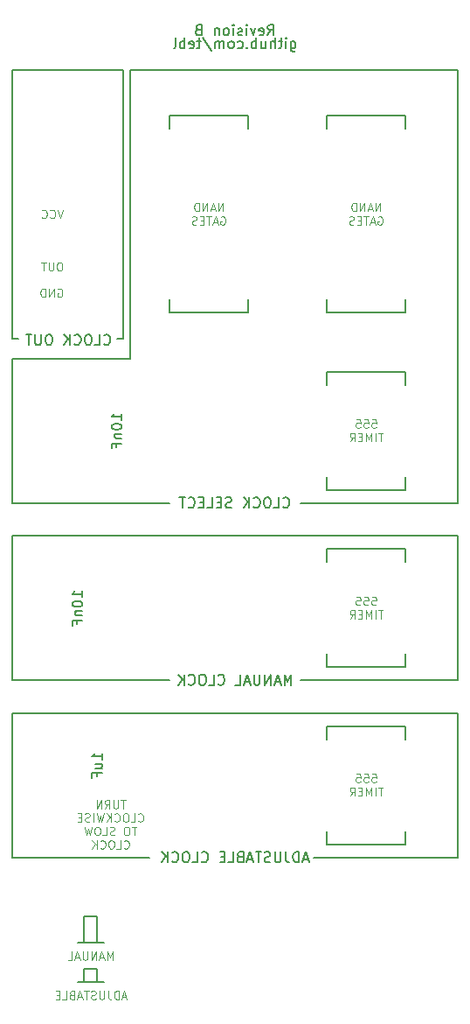
<source format=gbo>
%TF.GenerationSoftware,KiCad,Pcbnew,(5.1.8)-1*%
%TF.CreationDate,2021-11-30T19:47:22+01:00*%
%TF.ProjectId,BE6502 Clock,42453635-3032-4204-936c-6f636b2e6b69,rev?*%
%TF.SameCoordinates,Original*%
%TF.FileFunction,Legend,Bot*%
%TF.FilePolarity,Positive*%
%FSLAX46Y46*%
G04 Gerber Fmt 4.6, Leading zero omitted, Abs format (unit mm)*
G04 Created by KiCad (PCBNEW (5.1.8)-1) date 2021-11-30 19:47:22*
%MOMM*%
%LPD*%
G01*
G04 APERTURE LIST*
%ADD10C,0.150000*%
%ADD11C,0.100000*%
%ADD12C,0.200000*%
G04 APERTURE END LIST*
D10*
X153359761Y-61380714D02*
X153359761Y-62190238D01*
X153407380Y-62285476D01*
X153455000Y-62333095D01*
X153550238Y-62380714D01*
X153693095Y-62380714D01*
X153788333Y-62333095D01*
X153359761Y-61999761D02*
X153455000Y-62047380D01*
X153645476Y-62047380D01*
X153740714Y-61999761D01*
X153788333Y-61952142D01*
X153835952Y-61856904D01*
X153835952Y-61571190D01*
X153788333Y-61475952D01*
X153740714Y-61428333D01*
X153645476Y-61380714D01*
X153455000Y-61380714D01*
X153359761Y-61428333D01*
X152883571Y-62047380D02*
X152883571Y-61380714D01*
X152883571Y-61047380D02*
X152931190Y-61095000D01*
X152883571Y-61142619D01*
X152835952Y-61095000D01*
X152883571Y-61047380D01*
X152883571Y-61142619D01*
X152550238Y-61380714D02*
X152169285Y-61380714D01*
X152407380Y-61047380D02*
X152407380Y-61904523D01*
X152359761Y-61999761D01*
X152264523Y-62047380D01*
X152169285Y-62047380D01*
X151835952Y-62047380D02*
X151835952Y-61047380D01*
X151407380Y-62047380D02*
X151407380Y-61523571D01*
X151455000Y-61428333D01*
X151550238Y-61380714D01*
X151693095Y-61380714D01*
X151788333Y-61428333D01*
X151835952Y-61475952D01*
X150502619Y-61380714D02*
X150502619Y-62047380D01*
X150931190Y-61380714D02*
X150931190Y-61904523D01*
X150883571Y-61999761D01*
X150788333Y-62047380D01*
X150645476Y-62047380D01*
X150550238Y-61999761D01*
X150502619Y-61952142D01*
X150026428Y-62047380D02*
X150026428Y-61047380D01*
X150026428Y-61428333D02*
X149931190Y-61380714D01*
X149740714Y-61380714D01*
X149645476Y-61428333D01*
X149597857Y-61475952D01*
X149550238Y-61571190D01*
X149550238Y-61856904D01*
X149597857Y-61952142D01*
X149645476Y-61999761D01*
X149740714Y-62047380D01*
X149931190Y-62047380D01*
X150026428Y-61999761D01*
X149121666Y-61952142D02*
X149074047Y-61999761D01*
X149121666Y-62047380D01*
X149169285Y-61999761D01*
X149121666Y-61952142D01*
X149121666Y-62047380D01*
X148216904Y-61999761D02*
X148312142Y-62047380D01*
X148502619Y-62047380D01*
X148597857Y-61999761D01*
X148645476Y-61952142D01*
X148693095Y-61856904D01*
X148693095Y-61571190D01*
X148645476Y-61475952D01*
X148597857Y-61428333D01*
X148502619Y-61380714D01*
X148312142Y-61380714D01*
X148216904Y-61428333D01*
X147645476Y-62047380D02*
X147740714Y-61999761D01*
X147788333Y-61952142D01*
X147835952Y-61856904D01*
X147835952Y-61571190D01*
X147788333Y-61475952D01*
X147740714Y-61428333D01*
X147645476Y-61380714D01*
X147502619Y-61380714D01*
X147407380Y-61428333D01*
X147359761Y-61475952D01*
X147312142Y-61571190D01*
X147312142Y-61856904D01*
X147359761Y-61952142D01*
X147407380Y-61999761D01*
X147502619Y-62047380D01*
X147645476Y-62047380D01*
X146883571Y-62047380D02*
X146883571Y-61380714D01*
X146883571Y-61475952D02*
X146835952Y-61428333D01*
X146740714Y-61380714D01*
X146597857Y-61380714D01*
X146502619Y-61428333D01*
X146455000Y-61523571D01*
X146455000Y-62047380D01*
X146455000Y-61523571D02*
X146407380Y-61428333D01*
X146312142Y-61380714D01*
X146169285Y-61380714D01*
X146074047Y-61428333D01*
X146026428Y-61523571D01*
X146026428Y-62047380D01*
X144835952Y-60999761D02*
X145693095Y-62285476D01*
X144645476Y-61380714D02*
X144264523Y-61380714D01*
X144502619Y-61047380D02*
X144502619Y-61904523D01*
X144455000Y-61999761D01*
X144359761Y-62047380D01*
X144264523Y-62047380D01*
X143550238Y-61999761D02*
X143645476Y-62047380D01*
X143835952Y-62047380D01*
X143931190Y-61999761D01*
X143978809Y-61904523D01*
X143978809Y-61523571D01*
X143931190Y-61428333D01*
X143835952Y-61380714D01*
X143645476Y-61380714D01*
X143550238Y-61428333D01*
X143502619Y-61523571D01*
X143502619Y-61618809D01*
X143978809Y-61714047D01*
X143074047Y-62047380D02*
X143074047Y-61047380D01*
X143074047Y-61428333D02*
X142978809Y-61380714D01*
X142788333Y-61380714D01*
X142693095Y-61428333D01*
X142645476Y-61475952D01*
X142597857Y-61571190D01*
X142597857Y-61856904D01*
X142645476Y-61952142D01*
X142693095Y-61999761D01*
X142788333Y-62047380D01*
X142978809Y-62047380D01*
X143074047Y-61999761D01*
X142026428Y-62047380D02*
X142121666Y-61999761D01*
X142169285Y-61904523D01*
X142169285Y-61047380D01*
X151121666Y-60777380D02*
X151455000Y-60301190D01*
X151693095Y-60777380D02*
X151693095Y-59777380D01*
X151312142Y-59777380D01*
X151216904Y-59825000D01*
X151169285Y-59872619D01*
X151121666Y-59967857D01*
X151121666Y-60110714D01*
X151169285Y-60205952D01*
X151216904Y-60253571D01*
X151312142Y-60301190D01*
X151693095Y-60301190D01*
X150312142Y-60729761D02*
X150407380Y-60777380D01*
X150597857Y-60777380D01*
X150693095Y-60729761D01*
X150740714Y-60634523D01*
X150740714Y-60253571D01*
X150693095Y-60158333D01*
X150597857Y-60110714D01*
X150407380Y-60110714D01*
X150312142Y-60158333D01*
X150264523Y-60253571D01*
X150264523Y-60348809D01*
X150740714Y-60444047D01*
X149931190Y-60110714D02*
X149693095Y-60777380D01*
X149455000Y-60110714D01*
X149074047Y-60777380D02*
X149074047Y-60110714D01*
X149074047Y-59777380D02*
X149121666Y-59825000D01*
X149074047Y-59872619D01*
X149026428Y-59825000D01*
X149074047Y-59777380D01*
X149074047Y-59872619D01*
X148645476Y-60729761D02*
X148550238Y-60777380D01*
X148359761Y-60777380D01*
X148264523Y-60729761D01*
X148216904Y-60634523D01*
X148216904Y-60586904D01*
X148264523Y-60491666D01*
X148359761Y-60444047D01*
X148502619Y-60444047D01*
X148597857Y-60396428D01*
X148645476Y-60301190D01*
X148645476Y-60253571D01*
X148597857Y-60158333D01*
X148502619Y-60110714D01*
X148359761Y-60110714D01*
X148264523Y-60158333D01*
X147788333Y-60777380D02*
X147788333Y-60110714D01*
X147788333Y-59777380D02*
X147835952Y-59825000D01*
X147788333Y-59872619D01*
X147740714Y-59825000D01*
X147788333Y-59777380D01*
X147788333Y-59872619D01*
X147169285Y-60777380D02*
X147264523Y-60729761D01*
X147312142Y-60682142D01*
X147359761Y-60586904D01*
X147359761Y-60301190D01*
X147312142Y-60205952D01*
X147264523Y-60158333D01*
X147169285Y-60110714D01*
X147026428Y-60110714D01*
X146931190Y-60158333D01*
X146883571Y-60205952D01*
X146835952Y-60301190D01*
X146835952Y-60586904D01*
X146883571Y-60682142D01*
X146931190Y-60729761D01*
X147026428Y-60777380D01*
X147169285Y-60777380D01*
X146407380Y-60110714D02*
X146407380Y-60777380D01*
X146407380Y-60205952D02*
X146359761Y-60158333D01*
X146264523Y-60110714D01*
X146121666Y-60110714D01*
X146026428Y-60158333D01*
X145978809Y-60253571D01*
X145978809Y-60777380D01*
X144407380Y-60253571D02*
X144264523Y-60301190D01*
X144216904Y-60348809D01*
X144169285Y-60444047D01*
X144169285Y-60586904D01*
X144216904Y-60682142D01*
X144264523Y-60729761D01*
X144359761Y-60777380D01*
X144740714Y-60777380D01*
X144740714Y-59777380D01*
X144407380Y-59777380D01*
X144312142Y-59825000D01*
X144264523Y-59872619D01*
X144216904Y-59967857D01*
X144216904Y-60063095D01*
X144264523Y-60158333D01*
X144312142Y-60205952D01*
X144407380Y-60253571D01*
X144740714Y-60253571D01*
D11*
X137356666Y-134771904D02*
X136899523Y-134771904D01*
X137128095Y-135571904D02*
X137128095Y-134771904D01*
X136632857Y-134771904D02*
X136632857Y-135419523D01*
X136594761Y-135495714D01*
X136556666Y-135533809D01*
X136480476Y-135571904D01*
X136328095Y-135571904D01*
X136251904Y-135533809D01*
X136213809Y-135495714D01*
X136175714Y-135419523D01*
X136175714Y-134771904D01*
X135337619Y-135571904D02*
X135604285Y-135190952D01*
X135794761Y-135571904D02*
X135794761Y-134771904D01*
X135490000Y-134771904D01*
X135413809Y-134810000D01*
X135375714Y-134848095D01*
X135337619Y-134924285D01*
X135337619Y-135038571D01*
X135375714Y-135114761D01*
X135413809Y-135152857D01*
X135490000Y-135190952D01*
X135794761Y-135190952D01*
X134994761Y-135571904D02*
X134994761Y-134771904D01*
X134537619Y-135571904D01*
X134537619Y-134771904D01*
X138575714Y-136795714D02*
X138613809Y-136833809D01*
X138728095Y-136871904D01*
X138804285Y-136871904D01*
X138918571Y-136833809D01*
X138994761Y-136757619D01*
X139032857Y-136681428D01*
X139070952Y-136529047D01*
X139070952Y-136414761D01*
X139032857Y-136262380D01*
X138994761Y-136186190D01*
X138918571Y-136110000D01*
X138804285Y-136071904D01*
X138728095Y-136071904D01*
X138613809Y-136110000D01*
X138575714Y-136148095D01*
X137851904Y-136871904D02*
X138232857Y-136871904D01*
X138232857Y-136071904D01*
X137432857Y-136071904D02*
X137280476Y-136071904D01*
X137204285Y-136110000D01*
X137128095Y-136186190D01*
X137090000Y-136338571D01*
X137090000Y-136605238D01*
X137128095Y-136757619D01*
X137204285Y-136833809D01*
X137280476Y-136871904D01*
X137432857Y-136871904D01*
X137509047Y-136833809D01*
X137585238Y-136757619D01*
X137623333Y-136605238D01*
X137623333Y-136338571D01*
X137585238Y-136186190D01*
X137509047Y-136110000D01*
X137432857Y-136071904D01*
X136290000Y-136795714D02*
X136328095Y-136833809D01*
X136442380Y-136871904D01*
X136518571Y-136871904D01*
X136632857Y-136833809D01*
X136709047Y-136757619D01*
X136747142Y-136681428D01*
X136785238Y-136529047D01*
X136785238Y-136414761D01*
X136747142Y-136262380D01*
X136709047Y-136186190D01*
X136632857Y-136110000D01*
X136518571Y-136071904D01*
X136442380Y-136071904D01*
X136328095Y-136110000D01*
X136290000Y-136148095D01*
X135947142Y-136871904D02*
X135947142Y-136071904D01*
X135490000Y-136871904D02*
X135832857Y-136414761D01*
X135490000Y-136071904D02*
X135947142Y-136529047D01*
X135223333Y-136071904D02*
X135032857Y-136871904D01*
X134880476Y-136300476D01*
X134728095Y-136871904D01*
X134537619Y-136071904D01*
X134232857Y-136871904D02*
X134232857Y-136071904D01*
X133890000Y-136833809D02*
X133775714Y-136871904D01*
X133585238Y-136871904D01*
X133509047Y-136833809D01*
X133470952Y-136795714D01*
X133432857Y-136719523D01*
X133432857Y-136643333D01*
X133470952Y-136567142D01*
X133509047Y-136529047D01*
X133585238Y-136490952D01*
X133737619Y-136452857D01*
X133813809Y-136414761D01*
X133851904Y-136376666D01*
X133890000Y-136300476D01*
X133890000Y-136224285D01*
X133851904Y-136148095D01*
X133813809Y-136110000D01*
X133737619Y-136071904D01*
X133547142Y-136071904D01*
X133432857Y-136110000D01*
X133090000Y-136452857D02*
X132823333Y-136452857D01*
X132709047Y-136871904D02*
X133090000Y-136871904D01*
X133090000Y-136071904D01*
X132709047Y-136071904D01*
X138423333Y-137371904D02*
X137966190Y-137371904D01*
X138194761Y-138171904D02*
X138194761Y-137371904D01*
X137547142Y-137371904D02*
X137394761Y-137371904D01*
X137318571Y-137410000D01*
X137242380Y-137486190D01*
X137204285Y-137638571D01*
X137204285Y-137905238D01*
X137242380Y-138057619D01*
X137318571Y-138133809D01*
X137394761Y-138171904D01*
X137547142Y-138171904D01*
X137623333Y-138133809D01*
X137699523Y-138057619D01*
X137737619Y-137905238D01*
X137737619Y-137638571D01*
X137699523Y-137486190D01*
X137623333Y-137410000D01*
X137547142Y-137371904D01*
X136290000Y-138133809D02*
X136175714Y-138171904D01*
X135985238Y-138171904D01*
X135909047Y-138133809D01*
X135870952Y-138095714D01*
X135832857Y-138019523D01*
X135832857Y-137943333D01*
X135870952Y-137867142D01*
X135909047Y-137829047D01*
X135985238Y-137790952D01*
X136137619Y-137752857D01*
X136213809Y-137714761D01*
X136251904Y-137676666D01*
X136290000Y-137600476D01*
X136290000Y-137524285D01*
X136251904Y-137448095D01*
X136213809Y-137410000D01*
X136137619Y-137371904D01*
X135947142Y-137371904D01*
X135832857Y-137410000D01*
X135109047Y-138171904D02*
X135490000Y-138171904D01*
X135490000Y-137371904D01*
X134690000Y-137371904D02*
X134537619Y-137371904D01*
X134461428Y-137410000D01*
X134385238Y-137486190D01*
X134347142Y-137638571D01*
X134347142Y-137905238D01*
X134385238Y-138057619D01*
X134461428Y-138133809D01*
X134537619Y-138171904D01*
X134690000Y-138171904D01*
X134766190Y-138133809D01*
X134842380Y-138057619D01*
X134880476Y-137905238D01*
X134880476Y-137638571D01*
X134842380Y-137486190D01*
X134766190Y-137410000D01*
X134690000Y-137371904D01*
X134080476Y-137371904D02*
X133890000Y-138171904D01*
X133737619Y-137600476D01*
X133585238Y-138171904D01*
X133394761Y-137371904D01*
X137185238Y-139395714D02*
X137223333Y-139433809D01*
X137337619Y-139471904D01*
X137413809Y-139471904D01*
X137528095Y-139433809D01*
X137604285Y-139357619D01*
X137642380Y-139281428D01*
X137680476Y-139129047D01*
X137680476Y-139014761D01*
X137642380Y-138862380D01*
X137604285Y-138786190D01*
X137528095Y-138710000D01*
X137413809Y-138671904D01*
X137337619Y-138671904D01*
X137223333Y-138710000D01*
X137185238Y-138748095D01*
X136461428Y-139471904D02*
X136842380Y-139471904D01*
X136842380Y-138671904D01*
X136042380Y-138671904D02*
X135890000Y-138671904D01*
X135813809Y-138710000D01*
X135737619Y-138786190D01*
X135699523Y-138938571D01*
X135699523Y-139205238D01*
X135737619Y-139357619D01*
X135813809Y-139433809D01*
X135890000Y-139471904D01*
X136042380Y-139471904D01*
X136118571Y-139433809D01*
X136194761Y-139357619D01*
X136232857Y-139205238D01*
X136232857Y-138938571D01*
X136194761Y-138786190D01*
X136118571Y-138710000D01*
X136042380Y-138671904D01*
X134899523Y-139395714D02*
X134937619Y-139433809D01*
X135051904Y-139471904D01*
X135128095Y-139471904D01*
X135242380Y-139433809D01*
X135318571Y-139357619D01*
X135356666Y-139281428D01*
X135394761Y-139129047D01*
X135394761Y-139014761D01*
X135356666Y-138862380D01*
X135318571Y-138786190D01*
X135242380Y-138710000D01*
X135128095Y-138671904D01*
X135051904Y-138671904D01*
X134937619Y-138710000D01*
X134899523Y-138748095D01*
X134556666Y-139471904D02*
X134556666Y-138671904D01*
X134099523Y-139471904D02*
X134442380Y-139014761D01*
X134099523Y-138671904D02*
X134556666Y-139129047D01*
D12*
X133350000Y-148590000D02*
X134620000Y-148590000D01*
X133350000Y-152400000D02*
X134620000Y-152400000D01*
D11*
X137413571Y-153803333D02*
X137032619Y-153803333D01*
X137489761Y-154031904D02*
X137223095Y-153231904D01*
X136956428Y-154031904D01*
X136689761Y-154031904D02*
X136689761Y-153231904D01*
X136499285Y-153231904D01*
X136385000Y-153270000D01*
X136308809Y-153346190D01*
X136270714Y-153422380D01*
X136232619Y-153574761D01*
X136232619Y-153689047D01*
X136270714Y-153841428D01*
X136308809Y-153917619D01*
X136385000Y-153993809D01*
X136499285Y-154031904D01*
X136689761Y-154031904D01*
X135661190Y-153231904D02*
X135661190Y-153803333D01*
X135699285Y-153917619D01*
X135775476Y-153993809D01*
X135889761Y-154031904D01*
X135965952Y-154031904D01*
X135280238Y-153231904D02*
X135280238Y-153879523D01*
X135242142Y-153955714D01*
X135204047Y-153993809D01*
X135127857Y-154031904D01*
X134975476Y-154031904D01*
X134899285Y-153993809D01*
X134861190Y-153955714D01*
X134823095Y-153879523D01*
X134823095Y-153231904D01*
X134480238Y-153993809D02*
X134365952Y-154031904D01*
X134175476Y-154031904D01*
X134099285Y-153993809D01*
X134061190Y-153955714D01*
X134023095Y-153879523D01*
X134023095Y-153803333D01*
X134061190Y-153727142D01*
X134099285Y-153689047D01*
X134175476Y-153650952D01*
X134327857Y-153612857D01*
X134404047Y-153574761D01*
X134442142Y-153536666D01*
X134480238Y-153460476D01*
X134480238Y-153384285D01*
X134442142Y-153308095D01*
X134404047Y-153270000D01*
X134327857Y-153231904D01*
X134137380Y-153231904D01*
X134023095Y-153270000D01*
X133794523Y-153231904D02*
X133337380Y-153231904D01*
X133565952Y-154031904D02*
X133565952Y-153231904D01*
X133108809Y-153803333D02*
X132727857Y-153803333D01*
X133185000Y-154031904D02*
X132918333Y-153231904D01*
X132651666Y-154031904D01*
X132118333Y-153612857D02*
X132004047Y-153650952D01*
X131965952Y-153689047D01*
X131927857Y-153765238D01*
X131927857Y-153879523D01*
X131965952Y-153955714D01*
X132004047Y-153993809D01*
X132080238Y-154031904D01*
X132385000Y-154031904D01*
X132385000Y-153231904D01*
X132118333Y-153231904D01*
X132042142Y-153270000D01*
X132004047Y-153308095D01*
X131965952Y-153384285D01*
X131965952Y-153460476D01*
X132004047Y-153536666D01*
X132042142Y-153574761D01*
X132118333Y-153612857D01*
X132385000Y-153612857D01*
X131204047Y-154031904D02*
X131585000Y-154031904D01*
X131585000Y-153231904D01*
X130937380Y-153612857D02*
X130670714Y-153612857D01*
X130556428Y-154031904D02*
X130937380Y-154031904D01*
X130937380Y-153231904D01*
X130556428Y-153231904D01*
D12*
X133350000Y-148590000D02*
X132715000Y-148590000D01*
X134620000Y-148590000D02*
X135255000Y-148590000D01*
X134620000Y-146050000D02*
X134620000Y-148590000D01*
X133350000Y-146050000D02*
X134620000Y-146050000D01*
X133350000Y-148590000D02*
X133350000Y-146050000D01*
X133350000Y-151130000D02*
X134620000Y-151130000D01*
X133350000Y-152400000D02*
X132715000Y-152400000D01*
X133350000Y-151130000D02*
X133350000Y-152400000D01*
X134620000Y-152400000D02*
X135255000Y-152400000D01*
X134620000Y-151130000D02*
X134620000Y-152400000D01*
D11*
X136099285Y-150221904D02*
X136099285Y-149421904D01*
X135832619Y-149993333D01*
X135565952Y-149421904D01*
X135565952Y-150221904D01*
X135223095Y-149993333D02*
X134842142Y-149993333D01*
X135299285Y-150221904D02*
X135032619Y-149421904D01*
X134765952Y-150221904D01*
X134499285Y-150221904D02*
X134499285Y-149421904D01*
X134042142Y-150221904D01*
X134042142Y-149421904D01*
X133661190Y-149421904D02*
X133661190Y-150069523D01*
X133623095Y-150145714D01*
X133585000Y-150183809D01*
X133508809Y-150221904D01*
X133356428Y-150221904D01*
X133280238Y-150183809D01*
X133242142Y-150145714D01*
X133204047Y-150069523D01*
X133204047Y-149421904D01*
X132861190Y-149993333D02*
X132480238Y-149993333D01*
X132937380Y-150221904D02*
X132670714Y-149421904D01*
X132404047Y-150221904D01*
X131756428Y-150221904D02*
X132137380Y-150221904D01*
X132137380Y-149421904D01*
X131037142Y-82746904D02*
X130884761Y-82746904D01*
X130808571Y-82785000D01*
X130732380Y-82861190D01*
X130694285Y-83013571D01*
X130694285Y-83280238D01*
X130732380Y-83432619D01*
X130808571Y-83508809D01*
X130884761Y-83546904D01*
X131037142Y-83546904D01*
X131113333Y-83508809D01*
X131189523Y-83432619D01*
X131227619Y-83280238D01*
X131227619Y-83013571D01*
X131189523Y-82861190D01*
X131113333Y-82785000D01*
X131037142Y-82746904D01*
X130351428Y-82746904D02*
X130351428Y-83394523D01*
X130313333Y-83470714D01*
X130275238Y-83508809D01*
X130199047Y-83546904D01*
X130046666Y-83546904D01*
X129970476Y-83508809D01*
X129932380Y-83470714D01*
X129894285Y-83394523D01*
X129894285Y-82746904D01*
X129627619Y-82746904D02*
X129170476Y-82746904D01*
X129399047Y-83546904D02*
X129399047Y-82746904D01*
X130770476Y-85325000D02*
X130846666Y-85286904D01*
X130960952Y-85286904D01*
X131075238Y-85325000D01*
X131151428Y-85401190D01*
X131189523Y-85477380D01*
X131227619Y-85629761D01*
X131227619Y-85744047D01*
X131189523Y-85896428D01*
X131151428Y-85972619D01*
X131075238Y-86048809D01*
X130960952Y-86086904D01*
X130884761Y-86086904D01*
X130770476Y-86048809D01*
X130732380Y-86010714D01*
X130732380Y-85744047D01*
X130884761Y-85744047D01*
X130389523Y-86086904D02*
X130389523Y-85286904D01*
X129932380Y-86086904D01*
X129932380Y-85286904D01*
X129551428Y-86086904D02*
X129551428Y-85286904D01*
X129360952Y-85286904D01*
X129246666Y-85325000D01*
X129170476Y-85401190D01*
X129132380Y-85477380D01*
X129094285Y-85629761D01*
X129094285Y-85744047D01*
X129132380Y-85896428D01*
X129170476Y-85972619D01*
X129246666Y-86048809D01*
X129360952Y-86086904D01*
X129551428Y-86086904D01*
X131303809Y-77666904D02*
X131037142Y-78466904D01*
X130770476Y-77666904D01*
X130046666Y-78390714D02*
X130084761Y-78428809D01*
X130199047Y-78466904D01*
X130275238Y-78466904D01*
X130389523Y-78428809D01*
X130465714Y-78352619D01*
X130503809Y-78276428D01*
X130541904Y-78124047D01*
X130541904Y-78009761D01*
X130503809Y-77857380D01*
X130465714Y-77781190D01*
X130389523Y-77705000D01*
X130275238Y-77666904D01*
X130199047Y-77666904D01*
X130084761Y-77705000D01*
X130046666Y-77743095D01*
X129246666Y-78390714D02*
X129284761Y-78428809D01*
X129399047Y-78466904D01*
X129475238Y-78466904D01*
X129589523Y-78428809D01*
X129665714Y-78352619D01*
X129703809Y-78276428D01*
X129741904Y-78124047D01*
X129741904Y-78009761D01*
X129703809Y-77857380D01*
X129665714Y-77781190D01*
X129589523Y-77705000D01*
X129475238Y-77666904D01*
X129399047Y-77666904D01*
X129284761Y-77705000D01*
X129246666Y-77743095D01*
D10*
X135254571Y-90654142D02*
X135302190Y-90701761D01*
X135445047Y-90749380D01*
X135540285Y-90749380D01*
X135683142Y-90701761D01*
X135778380Y-90606523D01*
X135826000Y-90511285D01*
X135873619Y-90320809D01*
X135873619Y-90177952D01*
X135826000Y-89987476D01*
X135778380Y-89892238D01*
X135683142Y-89797000D01*
X135540285Y-89749380D01*
X135445047Y-89749380D01*
X135302190Y-89797000D01*
X135254571Y-89844619D01*
X134349809Y-90749380D02*
X134826000Y-90749380D01*
X134826000Y-89749380D01*
X133826000Y-89749380D02*
X133635523Y-89749380D01*
X133540285Y-89797000D01*
X133445047Y-89892238D01*
X133397428Y-90082714D01*
X133397428Y-90416047D01*
X133445047Y-90606523D01*
X133540285Y-90701761D01*
X133635523Y-90749380D01*
X133826000Y-90749380D01*
X133921238Y-90701761D01*
X134016476Y-90606523D01*
X134064095Y-90416047D01*
X134064095Y-90082714D01*
X134016476Y-89892238D01*
X133921238Y-89797000D01*
X133826000Y-89749380D01*
X132397428Y-90654142D02*
X132445047Y-90701761D01*
X132587904Y-90749380D01*
X132683142Y-90749380D01*
X132826000Y-90701761D01*
X132921238Y-90606523D01*
X132968857Y-90511285D01*
X133016476Y-90320809D01*
X133016476Y-90177952D01*
X132968857Y-89987476D01*
X132921238Y-89892238D01*
X132826000Y-89797000D01*
X132683142Y-89749380D01*
X132587904Y-89749380D01*
X132445047Y-89797000D01*
X132397428Y-89844619D01*
X131968857Y-90749380D02*
X131968857Y-89749380D01*
X131397428Y-90749380D02*
X131826000Y-90177952D01*
X131397428Y-89749380D02*
X131968857Y-90320809D01*
X130016476Y-89749380D02*
X129826000Y-89749380D01*
X129730761Y-89797000D01*
X129635523Y-89892238D01*
X129587904Y-90082714D01*
X129587904Y-90416047D01*
X129635523Y-90606523D01*
X129730761Y-90701761D01*
X129826000Y-90749380D01*
X130016476Y-90749380D01*
X130111714Y-90701761D01*
X130206952Y-90606523D01*
X130254571Y-90416047D01*
X130254571Y-90082714D01*
X130206952Y-89892238D01*
X130111714Y-89797000D01*
X130016476Y-89749380D01*
X129159333Y-89749380D02*
X129159333Y-90558904D01*
X129111714Y-90654142D01*
X129064095Y-90701761D01*
X128968857Y-90749380D01*
X128778380Y-90749380D01*
X128683142Y-90701761D01*
X128635523Y-90654142D01*
X128587904Y-90558904D01*
X128587904Y-89749380D01*
X128254571Y-89749380D02*
X127683142Y-89749380D01*
X127968857Y-90749380D02*
X127968857Y-89749380D01*
D12*
X126365000Y-90170000D02*
X126365000Y-64135000D01*
X127000000Y-90170000D02*
X126365000Y-90170000D01*
X137160000Y-90170000D02*
X136525000Y-90170000D01*
X137160000Y-64135000D02*
X137160000Y-90170000D01*
X126365000Y-64135000D02*
X137160000Y-64135000D01*
D10*
X155050238Y-140501666D02*
X154574047Y-140501666D01*
X155145476Y-140787380D02*
X154812142Y-139787380D01*
X154478809Y-140787380D01*
X154145476Y-140787380D02*
X154145476Y-139787380D01*
X153907380Y-139787380D01*
X153764523Y-139835000D01*
X153669285Y-139930238D01*
X153621666Y-140025476D01*
X153574047Y-140215952D01*
X153574047Y-140358809D01*
X153621666Y-140549285D01*
X153669285Y-140644523D01*
X153764523Y-140739761D01*
X153907380Y-140787380D01*
X154145476Y-140787380D01*
X152859761Y-139787380D02*
X152859761Y-140501666D01*
X152907380Y-140644523D01*
X153002619Y-140739761D01*
X153145476Y-140787380D01*
X153240714Y-140787380D01*
X152383571Y-139787380D02*
X152383571Y-140596904D01*
X152335952Y-140692142D01*
X152288333Y-140739761D01*
X152193095Y-140787380D01*
X152002619Y-140787380D01*
X151907380Y-140739761D01*
X151859761Y-140692142D01*
X151812142Y-140596904D01*
X151812142Y-139787380D01*
X151383571Y-140739761D02*
X151240714Y-140787380D01*
X151002619Y-140787380D01*
X150907380Y-140739761D01*
X150859761Y-140692142D01*
X150812142Y-140596904D01*
X150812142Y-140501666D01*
X150859761Y-140406428D01*
X150907380Y-140358809D01*
X151002619Y-140311190D01*
X151193095Y-140263571D01*
X151288333Y-140215952D01*
X151335952Y-140168333D01*
X151383571Y-140073095D01*
X151383571Y-139977857D01*
X151335952Y-139882619D01*
X151288333Y-139835000D01*
X151193095Y-139787380D01*
X150955000Y-139787380D01*
X150812142Y-139835000D01*
X150526428Y-139787380D02*
X149955000Y-139787380D01*
X150240714Y-140787380D02*
X150240714Y-139787380D01*
X149669285Y-140501666D02*
X149193095Y-140501666D01*
X149764523Y-140787380D02*
X149431190Y-139787380D01*
X149097857Y-140787380D01*
X148431190Y-140263571D02*
X148288333Y-140311190D01*
X148240714Y-140358809D01*
X148193095Y-140454047D01*
X148193095Y-140596904D01*
X148240714Y-140692142D01*
X148288333Y-140739761D01*
X148383571Y-140787380D01*
X148764523Y-140787380D01*
X148764523Y-139787380D01*
X148431190Y-139787380D01*
X148335952Y-139835000D01*
X148288333Y-139882619D01*
X148240714Y-139977857D01*
X148240714Y-140073095D01*
X148288333Y-140168333D01*
X148335952Y-140215952D01*
X148431190Y-140263571D01*
X148764523Y-140263571D01*
X147288333Y-140787380D02*
X147764523Y-140787380D01*
X147764523Y-139787380D01*
X146955000Y-140263571D02*
X146621666Y-140263571D01*
X146478809Y-140787380D02*
X146955000Y-140787380D01*
X146955000Y-139787380D01*
X146478809Y-139787380D01*
X144716904Y-140692142D02*
X144764523Y-140739761D01*
X144907380Y-140787380D01*
X145002619Y-140787380D01*
X145145476Y-140739761D01*
X145240714Y-140644523D01*
X145288333Y-140549285D01*
X145335952Y-140358809D01*
X145335952Y-140215952D01*
X145288333Y-140025476D01*
X145240714Y-139930238D01*
X145145476Y-139835000D01*
X145002619Y-139787380D01*
X144907380Y-139787380D01*
X144764523Y-139835000D01*
X144716904Y-139882619D01*
X143812142Y-140787380D02*
X144288333Y-140787380D01*
X144288333Y-139787380D01*
X143288333Y-139787380D02*
X143097857Y-139787380D01*
X143002619Y-139835000D01*
X142907380Y-139930238D01*
X142859761Y-140120714D01*
X142859761Y-140454047D01*
X142907380Y-140644523D01*
X143002619Y-140739761D01*
X143097857Y-140787380D01*
X143288333Y-140787380D01*
X143383571Y-140739761D01*
X143478809Y-140644523D01*
X143526428Y-140454047D01*
X143526428Y-140120714D01*
X143478809Y-139930238D01*
X143383571Y-139835000D01*
X143288333Y-139787380D01*
X141859761Y-140692142D02*
X141907380Y-140739761D01*
X142050238Y-140787380D01*
X142145476Y-140787380D01*
X142288333Y-140739761D01*
X142383571Y-140644523D01*
X142431190Y-140549285D01*
X142478809Y-140358809D01*
X142478809Y-140215952D01*
X142431190Y-140025476D01*
X142383571Y-139930238D01*
X142288333Y-139835000D01*
X142145476Y-139787380D01*
X142050238Y-139787380D01*
X141907380Y-139835000D01*
X141859761Y-139882619D01*
X141431190Y-140787380D02*
X141431190Y-139787380D01*
X140859761Y-140787380D02*
X141288333Y-140215952D01*
X140859761Y-139787380D02*
X141431190Y-140358809D01*
D12*
X126365000Y-140335000D02*
X126365000Y-126365000D01*
X139700000Y-140335000D02*
X126365000Y-140335000D01*
X169545000Y-140335000D02*
X155575000Y-140335000D01*
X169545000Y-126365000D02*
X169545000Y-140335000D01*
X126365000Y-126365000D02*
X169545000Y-126365000D01*
D10*
X153407380Y-123642380D02*
X153407380Y-122642380D01*
X153074047Y-123356666D01*
X152740714Y-122642380D01*
X152740714Y-123642380D01*
X152312142Y-123356666D02*
X151835952Y-123356666D01*
X152407380Y-123642380D02*
X152074047Y-122642380D01*
X151740714Y-123642380D01*
X151407380Y-123642380D02*
X151407380Y-122642380D01*
X150835952Y-123642380D01*
X150835952Y-122642380D01*
X150359761Y-122642380D02*
X150359761Y-123451904D01*
X150312142Y-123547142D01*
X150264523Y-123594761D01*
X150169285Y-123642380D01*
X149978809Y-123642380D01*
X149883571Y-123594761D01*
X149835952Y-123547142D01*
X149788333Y-123451904D01*
X149788333Y-122642380D01*
X149359761Y-123356666D02*
X148883571Y-123356666D01*
X149455000Y-123642380D02*
X149121666Y-122642380D01*
X148788333Y-123642380D01*
X147978809Y-123642380D02*
X148455000Y-123642380D01*
X148455000Y-122642380D01*
X146312142Y-123547142D02*
X146359761Y-123594761D01*
X146502619Y-123642380D01*
X146597857Y-123642380D01*
X146740714Y-123594761D01*
X146835952Y-123499523D01*
X146883571Y-123404285D01*
X146931190Y-123213809D01*
X146931190Y-123070952D01*
X146883571Y-122880476D01*
X146835952Y-122785238D01*
X146740714Y-122690000D01*
X146597857Y-122642380D01*
X146502619Y-122642380D01*
X146359761Y-122690000D01*
X146312142Y-122737619D01*
X145407380Y-123642380D02*
X145883571Y-123642380D01*
X145883571Y-122642380D01*
X144883571Y-122642380D02*
X144693095Y-122642380D01*
X144597857Y-122690000D01*
X144502619Y-122785238D01*
X144455000Y-122975714D01*
X144455000Y-123309047D01*
X144502619Y-123499523D01*
X144597857Y-123594761D01*
X144693095Y-123642380D01*
X144883571Y-123642380D01*
X144978809Y-123594761D01*
X145074047Y-123499523D01*
X145121666Y-123309047D01*
X145121666Y-122975714D01*
X145074047Y-122785238D01*
X144978809Y-122690000D01*
X144883571Y-122642380D01*
X143455000Y-123547142D02*
X143502619Y-123594761D01*
X143645476Y-123642380D01*
X143740714Y-123642380D01*
X143883571Y-123594761D01*
X143978809Y-123499523D01*
X144026428Y-123404285D01*
X144074047Y-123213809D01*
X144074047Y-123070952D01*
X144026428Y-122880476D01*
X143978809Y-122785238D01*
X143883571Y-122690000D01*
X143740714Y-122642380D01*
X143645476Y-122642380D01*
X143502619Y-122690000D01*
X143455000Y-122737619D01*
X143026428Y-123642380D02*
X143026428Y-122642380D01*
X142455000Y-123642380D02*
X142883571Y-123070952D01*
X142455000Y-122642380D02*
X143026428Y-123213809D01*
D12*
X126365000Y-123190000D02*
X126365000Y-109220000D01*
X141605000Y-123190000D02*
X126365000Y-123190000D01*
X169545000Y-123190000D02*
X154305000Y-123190000D01*
X169545000Y-109220000D02*
X169545000Y-123190000D01*
X126365000Y-109220000D02*
X169545000Y-109220000D01*
D10*
X152621666Y-106402142D02*
X152669285Y-106449761D01*
X152812142Y-106497380D01*
X152907380Y-106497380D01*
X153050238Y-106449761D01*
X153145476Y-106354523D01*
X153193095Y-106259285D01*
X153240714Y-106068809D01*
X153240714Y-105925952D01*
X153193095Y-105735476D01*
X153145476Y-105640238D01*
X153050238Y-105545000D01*
X152907380Y-105497380D01*
X152812142Y-105497380D01*
X152669285Y-105545000D01*
X152621666Y-105592619D01*
X151716904Y-106497380D02*
X152193095Y-106497380D01*
X152193095Y-105497380D01*
X151193095Y-105497380D02*
X151002619Y-105497380D01*
X150907380Y-105545000D01*
X150812142Y-105640238D01*
X150764523Y-105830714D01*
X150764523Y-106164047D01*
X150812142Y-106354523D01*
X150907380Y-106449761D01*
X151002619Y-106497380D01*
X151193095Y-106497380D01*
X151288333Y-106449761D01*
X151383571Y-106354523D01*
X151431190Y-106164047D01*
X151431190Y-105830714D01*
X151383571Y-105640238D01*
X151288333Y-105545000D01*
X151193095Y-105497380D01*
X149764523Y-106402142D02*
X149812142Y-106449761D01*
X149955000Y-106497380D01*
X150050238Y-106497380D01*
X150193095Y-106449761D01*
X150288333Y-106354523D01*
X150335952Y-106259285D01*
X150383571Y-106068809D01*
X150383571Y-105925952D01*
X150335952Y-105735476D01*
X150288333Y-105640238D01*
X150193095Y-105545000D01*
X150050238Y-105497380D01*
X149955000Y-105497380D01*
X149812142Y-105545000D01*
X149764523Y-105592619D01*
X149335952Y-106497380D02*
X149335952Y-105497380D01*
X148764523Y-106497380D02*
X149193095Y-105925952D01*
X148764523Y-105497380D02*
X149335952Y-106068809D01*
X147621666Y-106449761D02*
X147478809Y-106497380D01*
X147240714Y-106497380D01*
X147145476Y-106449761D01*
X147097857Y-106402142D01*
X147050238Y-106306904D01*
X147050238Y-106211666D01*
X147097857Y-106116428D01*
X147145476Y-106068809D01*
X147240714Y-106021190D01*
X147431190Y-105973571D01*
X147526428Y-105925952D01*
X147574047Y-105878333D01*
X147621666Y-105783095D01*
X147621666Y-105687857D01*
X147574047Y-105592619D01*
X147526428Y-105545000D01*
X147431190Y-105497380D01*
X147193095Y-105497380D01*
X147050238Y-105545000D01*
X146621666Y-105973571D02*
X146288333Y-105973571D01*
X146145476Y-106497380D02*
X146621666Y-106497380D01*
X146621666Y-105497380D01*
X146145476Y-105497380D01*
X145240714Y-106497380D02*
X145716904Y-106497380D01*
X145716904Y-105497380D01*
X144907380Y-105973571D02*
X144574047Y-105973571D01*
X144431190Y-106497380D02*
X144907380Y-106497380D01*
X144907380Y-105497380D01*
X144431190Y-105497380D01*
X143431190Y-106402142D02*
X143478809Y-106449761D01*
X143621666Y-106497380D01*
X143716904Y-106497380D01*
X143859761Y-106449761D01*
X143955000Y-106354523D01*
X144002619Y-106259285D01*
X144050238Y-106068809D01*
X144050238Y-105925952D01*
X144002619Y-105735476D01*
X143955000Y-105640238D01*
X143859761Y-105545000D01*
X143716904Y-105497380D01*
X143621666Y-105497380D01*
X143478809Y-105545000D01*
X143431190Y-105592619D01*
X143145476Y-105497380D02*
X142574047Y-105497380D01*
X142859761Y-106497380D02*
X142859761Y-105497380D01*
D12*
X126365000Y-106045000D02*
X126365000Y-92075000D01*
X141605000Y-106045000D02*
X126365000Y-106045000D01*
X169545000Y-106045000D02*
X154305000Y-106045000D01*
X169545000Y-64135000D02*
X169545000Y-106045000D01*
X137795000Y-64135000D02*
X169545000Y-64135000D01*
X137795000Y-92075000D02*
X137795000Y-64135000D01*
X126365000Y-92075000D02*
X137795000Y-92075000D01*
D11*
X161226428Y-132261904D02*
X161607380Y-132261904D01*
X161645476Y-132642857D01*
X161607380Y-132604761D01*
X161531190Y-132566666D01*
X161340714Y-132566666D01*
X161264523Y-132604761D01*
X161226428Y-132642857D01*
X161188333Y-132719047D01*
X161188333Y-132909523D01*
X161226428Y-132985714D01*
X161264523Y-133023809D01*
X161340714Y-133061904D01*
X161531190Y-133061904D01*
X161607380Y-133023809D01*
X161645476Y-132985714D01*
X160464523Y-132261904D02*
X160845476Y-132261904D01*
X160883571Y-132642857D01*
X160845476Y-132604761D01*
X160769285Y-132566666D01*
X160578809Y-132566666D01*
X160502619Y-132604761D01*
X160464523Y-132642857D01*
X160426428Y-132719047D01*
X160426428Y-132909523D01*
X160464523Y-132985714D01*
X160502619Y-133023809D01*
X160578809Y-133061904D01*
X160769285Y-133061904D01*
X160845476Y-133023809D01*
X160883571Y-132985714D01*
X159702619Y-132261904D02*
X160083571Y-132261904D01*
X160121666Y-132642857D01*
X160083571Y-132604761D01*
X160007380Y-132566666D01*
X159816904Y-132566666D01*
X159740714Y-132604761D01*
X159702619Y-132642857D01*
X159664523Y-132719047D01*
X159664523Y-132909523D01*
X159702619Y-132985714D01*
X159740714Y-133023809D01*
X159816904Y-133061904D01*
X160007380Y-133061904D01*
X160083571Y-133023809D01*
X160121666Y-132985714D01*
X162293095Y-133561904D02*
X161835952Y-133561904D01*
X162064523Y-134361904D02*
X162064523Y-133561904D01*
X161569285Y-134361904D02*
X161569285Y-133561904D01*
X161188333Y-134361904D02*
X161188333Y-133561904D01*
X160921666Y-134133333D01*
X160655000Y-133561904D01*
X160655000Y-134361904D01*
X160274047Y-133942857D02*
X160007380Y-133942857D01*
X159893095Y-134361904D02*
X160274047Y-134361904D01*
X160274047Y-133561904D01*
X159893095Y-133561904D01*
X159093095Y-134361904D02*
X159359761Y-133980952D01*
X159550238Y-134361904D02*
X159550238Y-133561904D01*
X159245476Y-133561904D01*
X159169285Y-133600000D01*
X159131190Y-133638095D01*
X159093095Y-133714285D01*
X159093095Y-133828571D01*
X159131190Y-133904761D01*
X159169285Y-133942857D01*
X159245476Y-133980952D01*
X159550238Y-133980952D01*
X161226428Y-115116904D02*
X161607380Y-115116904D01*
X161645476Y-115497857D01*
X161607380Y-115459761D01*
X161531190Y-115421666D01*
X161340714Y-115421666D01*
X161264523Y-115459761D01*
X161226428Y-115497857D01*
X161188333Y-115574047D01*
X161188333Y-115764523D01*
X161226428Y-115840714D01*
X161264523Y-115878809D01*
X161340714Y-115916904D01*
X161531190Y-115916904D01*
X161607380Y-115878809D01*
X161645476Y-115840714D01*
X160464523Y-115116904D02*
X160845476Y-115116904D01*
X160883571Y-115497857D01*
X160845476Y-115459761D01*
X160769285Y-115421666D01*
X160578809Y-115421666D01*
X160502619Y-115459761D01*
X160464523Y-115497857D01*
X160426428Y-115574047D01*
X160426428Y-115764523D01*
X160464523Y-115840714D01*
X160502619Y-115878809D01*
X160578809Y-115916904D01*
X160769285Y-115916904D01*
X160845476Y-115878809D01*
X160883571Y-115840714D01*
X159702619Y-115116904D02*
X160083571Y-115116904D01*
X160121666Y-115497857D01*
X160083571Y-115459761D01*
X160007380Y-115421666D01*
X159816904Y-115421666D01*
X159740714Y-115459761D01*
X159702619Y-115497857D01*
X159664523Y-115574047D01*
X159664523Y-115764523D01*
X159702619Y-115840714D01*
X159740714Y-115878809D01*
X159816904Y-115916904D01*
X160007380Y-115916904D01*
X160083571Y-115878809D01*
X160121666Y-115840714D01*
X162293095Y-116416904D02*
X161835952Y-116416904D01*
X162064523Y-117216904D02*
X162064523Y-116416904D01*
X161569285Y-117216904D02*
X161569285Y-116416904D01*
X161188333Y-117216904D02*
X161188333Y-116416904D01*
X160921666Y-116988333D01*
X160655000Y-116416904D01*
X160655000Y-117216904D01*
X160274047Y-116797857D02*
X160007380Y-116797857D01*
X159893095Y-117216904D02*
X160274047Y-117216904D01*
X160274047Y-116416904D01*
X159893095Y-116416904D01*
X159093095Y-117216904D02*
X159359761Y-116835952D01*
X159550238Y-117216904D02*
X159550238Y-116416904D01*
X159245476Y-116416904D01*
X159169285Y-116455000D01*
X159131190Y-116493095D01*
X159093095Y-116569285D01*
X159093095Y-116683571D01*
X159131190Y-116759761D01*
X159169285Y-116797857D01*
X159245476Y-116835952D01*
X159550238Y-116835952D01*
X161226428Y-97971904D02*
X161607380Y-97971904D01*
X161645476Y-98352857D01*
X161607380Y-98314761D01*
X161531190Y-98276666D01*
X161340714Y-98276666D01*
X161264523Y-98314761D01*
X161226428Y-98352857D01*
X161188333Y-98429047D01*
X161188333Y-98619523D01*
X161226428Y-98695714D01*
X161264523Y-98733809D01*
X161340714Y-98771904D01*
X161531190Y-98771904D01*
X161607380Y-98733809D01*
X161645476Y-98695714D01*
X160464523Y-97971904D02*
X160845476Y-97971904D01*
X160883571Y-98352857D01*
X160845476Y-98314761D01*
X160769285Y-98276666D01*
X160578809Y-98276666D01*
X160502619Y-98314761D01*
X160464523Y-98352857D01*
X160426428Y-98429047D01*
X160426428Y-98619523D01*
X160464523Y-98695714D01*
X160502619Y-98733809D01*
X160578809Y-98771904D01*
X160769285Y-98771904D01*
X160845476Y-98733809D01*
X160883571Y-98695714D01*
X159702619Y-97971904D02*
X160083571Y-97971904D01*
X160121666Y-98352857D01*
X160083571Y-98314761D01*
X160007380Y-98276666D01*
X159816904Y-98276666D01*
X159740714Y-98314761D01*
X159702619Y-98352857D01*
X159664523Y-98429047D01*
X159664523Y-98619523D01*
X159702619Y-98695714D01*
X159740714Y-98733809D01*
X159816904Y-98771904D01*
X160007380Y-98771904D01*
X160083571Y-98733809D01*
X160121666Y-98695714D01*
X162293095Y-99271904D02*
X161835952Y-99271904D01*
X162064523Y-100071904D02*
X162064523Y-99271904D01*
X161569285Y-100071904D02*
X161569285Y-99271904D01*
X161188333Y-100071904D02*
X161188333Y-99271904D01*
X160921666Y-99843333D01*
X160655000Y-99271904D01*
X160655000Y-100071904D01*
X160274047Y-99652857D02*
X160007380Y-99652857D01*
X159893095Y-100071904D02*
X160274047Y-100071904D01*
X160274047Y-99271904D01*
X159893095Y-99271904D01*
X159093095Y-100071904D02*
X159359761Y-99690952D01*
X159550238Y-100071904D02*
X159550238Y-99271904D01*
X159245476Y-99271904D01*
X159169285Y-99310000D01*
X159131190Y-99348095D01*
X159093095Y-99424285D01*
X159093095Y-99538571D01*
X159131190Y-99614761D01*
X159169285Y-99652857D01*
X159245476Y-99690952D01*
X159550238Y-99690952D01*
X146805476Y-77816904D02*
X146805476Y-77016904D01*
X146348333Y-77816904D01*
X146348333Y-77016904D01*
X146005476Y-77588333D02*
X145624523Y-77588333D01*
X146081666Y-77816904D02*
X145815000Y-77016904D01*
X145548333Y-77816904D01*
X145281666Y-77816904D02*
X145281666Y-77016904D01*
X144824523Y-77816904D01*
X144824523Y-77016904D01*
X144443571Y-77816904D02*
X144443571Y-77016904D01*
X144253095Y-77016904D01*
X144138809Y-77055000D01*
X144062619Y-77131190D01*
X144024523Y-77207380D01*
X143986428Y-77359761D01*
X143986428Y-77474047D01*
X144024523Y-77626428D01*
X144062619Y-77702619D01*
X144138809Y-77778809D01*
X144253095Y-77816904D01*
X144443571Y-77816904D01*
X146595952Y-78355000D02*
X146672142Y-78316904D01*
X146786428Y-78316904D01*
X146900714Y-78355000D01*
X146976904Y-78431190D01*
X147015000Y-78507380D01*
X147053095Y-78659761D01*
X147053095Y-78774047D01*
X147015000Y-78926428D01*
X146976904Y-79002619D01*
X146900714Y-79078809D01*
X146786428Y-79116904D01*
X146710238Y-79116904D01*
X146595952Y-79078809D01*
X146557857Y-79040714D01*
X146557857Y-78774047D01*
X146710238Y-78774047D01*
X146253095Y-78888333D02*
X145872142Y-78888333D01*
X146329285Y-79116904D02*
X146062619Y-78316904D01*
X145795952Y-79116904D01*
X145643571Y-78316904D02*
X145186428Y-78316904D01*
X145415000Y-79116904D02*
X145415000Y-78316904D01*
X144919761Y-78697857D02*
X144653095Y-78697857D01*
X144538809Y-79116904D02*
X144919761Y-79116904D01*
X144919761Y-78316904D01*
X144538809Y-78316904D01*
X144234047Y-79078809D02*
X144119761Y-79116904D01*
X143929285Y-79116904D01*
X143853095Y-79078809D01*
X143815000Y-79040714D01*
X143776904Y-78964523D01*
X143776904Y-78888333D01*
X143815000Y-78812142D01*
X143853095Y-78774047D01*
X143929285Y-78735952D01*
X144081666Y-78697857D01*
X144157857Y-78659761D01*
X144195952Y-78621666D01*
X144234047Y-78545476D01*
X144234047Y-78469285D01*
X144195952Y-78393095D01*
X144157857Y-78355000D01*
X144081666Y-78316904D01*
X143891190Y-78316904D01*
X143776904Y-78355000D01*
X162045476Y-77816904D02*
X162045476Y-77016904D01*
X161588333Y-77816904D01*
X161588333Y-77016904D01*
X161245476Y-77588333D02*
X160864523Y-77588333D01*
X161321666Y-77816904D02*
X161055000Y-77016904D01*
X160788333Y-77816904D01*
X160521666Y-77816904D02*
X160521666Y-77016904D01*
X160064523Y-77816904D01*
X160064523Y-77016904D01*
X159683571Y-77816904D02*
X159683571Y-77016904D01*
X159493095Y-77016904D01*
X159378809Y-77055000D01*
X159302619Y-77131190D01*
X159264523Y-77207380D01*
X159226428Y-77359761D01*
X159226428Y-77474047D01*
X159264523Y-77626428D01*
X159302619Y-77702619D01*
X159378809Y-77778809D01*
X159493095Y-77816904D01*
X159683571Y-77816904D01*
X161835952Y-78355000D02*
X161912142Y-78316904D01*
X162026428Y-78316904D01*
X162140714Y-78355000D01*
X162216904Y-78431190D01*
X162255000Y-78507380D01*
X162293095Y-78659761D01*
X162293095Y-78774047D01*
X162255000Y-78926428D01*
X162216904Y-79002619D01*
X162140714Y-79078809D01*
X162026428Y-79116904D01*
X161950238Y-79116904D01*
X161835952Y-79078809D01*
X161797857Y-79040714D01*
X161797857Y-78774047D01*
X161950238Y-78774047D01*
X161493095Y-78888333D02*
X161112142Y-78888333D01*
X161569285Y-79116904D02*
X161302619Y-78316904D01*
X161035952Y-79116904D01*
X160883571Y-78316904D02*
X160426428Y-78316904D01*
X160655000Y-79116904D02*
X160655000Y-78316904D01*
X160159761Y-78697857D02*
X159893095Y-78697857D01*
X159778809Y-79116904D02*
X160159761Y-79116904D01*
X160159761Y-78316904D01*
X159778809Y-78316904D01*
X159474047Y-79078809D02*
X159359761Y-79116904D01*
X159169285Y-79116904D01*
X159093095Y-79078809D01*
X159055000Y-79040714D01*
X159016904Y-78964523D01*
X159016904Y-78888333D01*
X159055000Y-78812142D01*
X159093095Y-78774047D01*
X159169285Y-78735952D01*
X159321666Y-78697857D01*
X159397857Y-78659761D01*
X159435952Y-78621666D01*
X159474047Y-78545476D01*
X159474047Y-78469285D01*
X159435952Y-78393095D01*
X159397857Y-78355000D01*
X159321666Y-78316904D01*
X159131190Y-78316904D01*
X159016904Y-78355000D01*
D12*
X164465000Y-139065000D02*
X164465000Y-137795000D01*
X156845000Y-139065000D02*
X164465000Y-139065000D01*
X156845000Y-137795000D02*
X156845000Y-139065000D01*
X164465000Y-127635000D02*
X164465000Y-128905000D01*
X156845000Y-127635000D02*
X164465000Y-127635000D01*
X156845000Y-128905000D02*
X156845000Y-127635000D01*
X164465000Y-121920000D02*
X164465000Y-120650000D01*
X156845000Y-121920000D02*
X164465000Y-121920000D01*
X156845000Y-120650000D02*
X156845000Y-121920000D01*
X164465000Y-110490000D02*
X164465000Y-111760000D01*
X156845000Y-110490000D02*
X164465000Y-110490000D01*
X156845000Y-111760000D02*
X156845000Y-110490000D01*
X164465000Y-104775000D02*
X164465000Y-103505000D01*
X156845000Y-104775000D02*
X164465000Y-104775000D01*
X156845000Y-103505000D02*
X156845000Y-104775000D01*
X164465000Y-93345000D02*
X164465000Y-94615000D01*
X156845000Y-93345000D02*
X164465000Y-93345000D01*
X156845000Y-94615000D02*
X156845000Y-93345000D01*
X164465000Y-87630000D02*
X164465000Y-86360000D01*
X156845000Y-87630000D02*
X164465000Y-87630000D01*
X156845000Y-86360000D02*
X156845000Y-87630000D01*
X149225000Y-87630000D02*
X149225000Y-86360000D01*
X141605000Y-87630000D02*
X149225000Y-87630000D01*
X141605000Y-86360000D02*
X141605000Y-87630000D01*
X164465000Y-68580000D02*
X164465000Y-69850000D01*
X156845000Y-68580000D02*
X164465000Y-68580000D01*
X156845000Y-69850000D02*
X156845000Y-68580000D01*
X149225000Y-68580000D02*
X149225000Y-69850000D01*
X141605000Y-68580000D02*
X149225000Y-68580000D01*
X141605000Y-69850000D02*
X141605000Y-68580000D01*
%TO.C,C1*%
D10*
X136977380Y-97988571D02*
X136977380Y-97417142D01*
X136977380Y-97702857D02*
X135977380Y-97702857D01*
X136120238Y-97607619D01*
X136215476Y-97512380D01*
X136263095Y-97417142D01*
X135977380Y-98607619D02*
X135977380Y-98702857D01*
X136025000Y-98798095D01*
X136072619Y-98845714D01*
X136167857Y-98893333D01*
X136358333Y-98940952D01*
X136596428Y-98940952D01*
X136786904Y-98893333D01*
X136882142Y-98845714D01*
X136929761Y-98798095D01*
X136977380Y-98702857D01*
X136977380Y-98607619D01*
X136929761Y-98512380D01*
X136882142Y-98464761D01*
X136786904Y-98417142D01*
X136596428Y-98369523D01*
X136358333Y-98369523D01*
X136167857Y-98417142D01*
X136072619Y-98464761D01*
X136025000Y-98512380D01*
X135977380Y-98607619D01*
X136310714Y-99369523D02*
X136977380Y-99369523D01*
X136405952Y-99369523D02*
X136358333Y-99417142D01*
X136310714Y-99512380D01*
X136310714Y-99655238D01*
X136358333Y-99750476D01*
X136453571Y-99798095D01*
X136977380Y-99798095D01*
X136453571Y-100607619D02*
X136453571Y-100274285D01*
X136977380Y-100274285D02*
X135977380Y-100274285D01*
X135977380Y-100750476D01*
%TO.C,C2*%
X133167380Y-115133571D02*
X133167380Y-114562142D01*
X133167380Y-114847857D02*
X132167380Y-114847857D01*
X132310238Y-114752619D01*
X132405476Y-114657380D01*
X132453095Y-114562142D01*
X132167380Y-115752619D02*
X132167380Y-115847857D01*
X132215000Y-115943095D01*
X132262619Y-115990714D01*
X132357857Y-116038333D01*
X132548333Y-116085952D01*
X132786428Y-116085952D01*
X132976904Y-116038333D01*
X133072142Y-115990714D01*
X133119761Y-115943095D01*
X133167380Y-115847857D01*
X133167380Y-115752619D01*
X133119761Y-115657380D01*
X133072142Y-115609761D01*
X132976904Y-115562142D01*
X132786428Y-115514523D01*
X132548333Y-115514523D01*
X132357857Y-115562142D01*
X132262619Y-115609761D01*
X132215000Y-115657380D01*
X132167380Y-115752619D01*
X132500714Y-116514523D02*
X133167380Y-116514523D01*
X132595952Y-116514523D02*
X132548333Y-116562142D01*
X132500714Y-116657380D01*
X132500714Y-116800238D01*
X132548333Y-116895476D01*
X132643571Y-116943095D01*
X133167380Y-116943095D01*
X132643571Y-117752619D02*
X132643571Y-117419285D01*
X133167380Y-117419285D02*
X132167380Y-117419285D01*
X132167380Y-117895476D01*
%TO.C,C6*%
X135072380Y-130849761D02*
X135072380Y-130278333D01*
X135072380Y-130564047D02*
X134072380Y-130564047D01*
X134215238Y-130468809D01*
X134310476Y-130373571D01*
X134358095Y-130278333D01*
X134405714Y-131706904D02*
X135072380Y-131706904D01*
X134405714Y-131278333D02*
X134929523Y-131278333D01*
X135024761Y-131325952D01*
X135072380Y-131421190D01*
X135072380Y-131564047D01*
X135024761Y-131659285D01*
X134977142Y-131706904D01*
X134548571Y-132516428D02*
X134548571Y-132183095D01*
X135072380Y-132183095D02*
X134072380Y-132183095D01*
X134072380Y-132659285D01*
%TD*%
M02*

</source>
